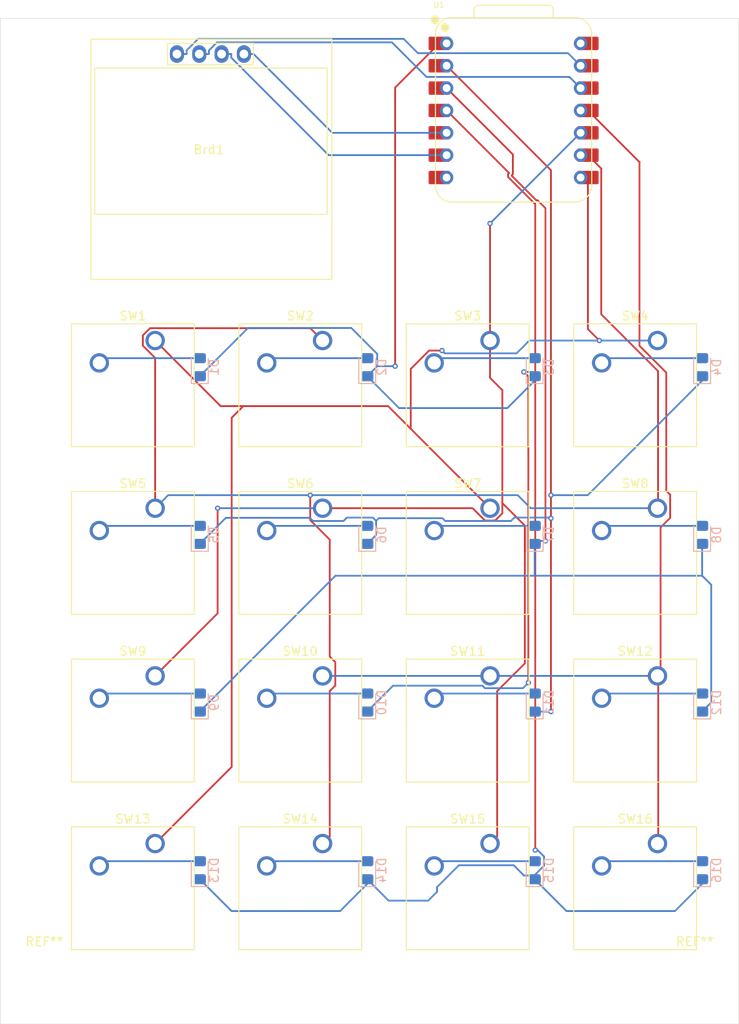
<source format=kicad_pcb>
(kicad_pcb (version 20241229) (generator "pcbnew") (generator_version "9.0")
  (layers (0 "F.Cu" signal) (2 "B.Cu" signal) (13 "F.Paste" user) (15 "B.Paste" user) (5 "F.SilkS" user "F.Silkscreen") (7 "B.SilkS" user "B.Silkscreen") (1 "F.Mask" user) (3 "B.Mask" user) (25 "Edge.Cuts" user))
  (net 0 "")
  (net 1 "+3V3")
  (net 2 "GND")
  (net 3 "SCL")
  (net 4 "SDA")
  (net 5 "ROW 0")
  (net 6 "Net-(D1-A)")
  (net 7 "Net-(D2-A)")
  (net 8 "Net-(D3-A)")
  (net 9 "ROW 1")
  (net 10 "Net-(D4-A)")
  (net 11 "Net-(D5-A)")
  (net 12 "Net-(D6-A)")
  (net 13 "ROW 2")
  (net 14 "Net-(D7-A)")
  (net 15 "Net-(D8-A)")
  (net 16 "Net-(D9-A)")
  (net 17 "Net-(D10-A)")
  (net 18 "Net-(D11-A)")
  (net 19 "Net-(D12-A)")
  (net 20 "Net-(D13-A)")
  (net 21 "ROW 3")
  (net 22 "Net-(D14-A)")
  (net 23 "Net-(D15-A)")
  (net 24 "Net-(D16-A)")
  (net 25 "COLUMN 0")
  (net 26 "COLUMN 1")
  (net 27 "COLUMN 2")
  (net 28 "COLUMN 3")
  (net 29 "unconnected-(U1-GPIO0{slash}TX-Pad7)")
  (net 30 "+5V")
  (footprint "Button_Switch_Keyboard:SW_Cherry_MX_1.00u_PCB" (layer "F.Cu") (at 123.4 57.35)
    (property "Reference" "SW1" (at -2.54 -2.794 0) (layer "F.SilkS"))
    (property "Value" "SW_Push_45deg")
    (pad "" np_thru_hole circle (at -7.62 5.08) (size 1.7 1.7) (drill 1.7) (layers "*.Cu" "*.Mask"))
    (pad "" np_thru_hole circle (at -2.54 5.08) (size 4 4) (drill 4) (layers "*.Cu" "*.Mask"))
    (pad "" np_thru_hole circle (at 2.54 5.08) (size 1.7 1.7) (drill 1.7) (layers "*.Cu" "*.Mask"))
    (pad "1" thru_hole circle (at 0 0) (size 2.2 2.2) (drill 1.5) (layers "*.Cu" "*.Mask") (net 25 "COLUMN 0"))
    (pad "2" thru_hole circle (at -6.35 2.54) (size 2.2 2.2) (drill 1.5) (layers "*.Cu" "*.Mask") (net 6 "Net-(D1-A)"))
  )
  (footprint "Button_Switch_Keyboard:SW_Cherry_MX_1.00u_PCB" (layer "F.Cu") (at 161.5 57.35)
    (property "Reference" "SW3" (at -2.54 -2.794 0) (layer "F.SilkS"))
    (property "Value" "SW_Push_45deg")
    (pad "" np_thru_hole circle (at -7.62 5.08) (size 1.7 1.7) (drill 1.7) (layers "*.Cu" "*.Mask"))
    (pad "" np_thru_hole circle (at -2.54 5.08) (size 4 4) (drill 4) (layers "*.Cu" "*.Mask"))
    (pad "" np_thru_hole circle (at 2.54 5.08) (size 1.7 1.7) (drill 1.7) (layers "*.Cu" "*.Mask"))
    (pad "1" thru_hole circle (at 0 0) (size 2.2 2.2) (drill 1.5) (layers "*.Cu" "*.Mask") (net 27 "COLUMN 2"))
    (pad "2" thru_hole circle (at -6.35 2.54) (size 2.2 2.2) (drill 1.5) (layers "*.Cu" "*.Mask") (net 8 "Net-(D3-A)"))
  )
  (footprint "MountingHole:MountingHole_3.2mm_M3" (layer "F.Cu") (at 184.8 129.85)
    (property "Reference" "REF**" (at 0 -4.2 0) (layer "F.SilkS"))
    (property "Value" "MountingHole_3.2mm_M3" (hide yes))
    (pad "" np_thru_hole circle (at 0 0) (size 3.2 3.2) (drill 3.2) (layers "*.Cu" "*.Mask"))
  )
  (footprint "Seeed Studio XIAO Series Library:XIAO-RP2040-DIP" (layer "F.Cu") (at 164.18 31.21)
    (property "Reference" "U1" (at -8.5 -12 0) (layer "F.SilkS") (effects (font (size 0.635 0.635) (thickness 0.1016))))
    (property "Value" "XIAO-RP2040-DIP")
    (pad "1" smd roundrect (at -8.455 -7.62 180) (size 2.432 1.524) (layers "F.Cu" "F.Mask") (roundrect_rratio 0.1) (net 5 "ROW 0"))
    (pad "1" thru_hole circle (at -7.62 -7.62 180) (size 1.524 1.524) (drill 0.889) (layers "*.Cu" "*.Mask") (net 5 "ROW 0"))
    (pad "2" smd roundrect (at -8.455 -5.08 180) (size 2.432 1.524) (layers "F.Cu" "F.Mask") (roundrect_rratio 0.1) (net 9 "ROW 1"))
    (pad "2" thru_hole circle (at -7.62 -5.08 180) (size 1.524 1.524) (drill 0.889) (layers "*.Cu" "*.Mask") (net 9 "ROW 1"))
    (pad "3" smd roundrect (at -8.455 -2.54 180) (size 2.432 1.524) (layers "F.Cu" "F.Mask") (roundrect_rratio 0.1) (net 13 "ROW 2"))
    (pad "3" thru_hole circle (at -7.62 -2.54 180) (size 1.524 1.524) (drill 0.889) (layers "*.Cu" "*.Mask") (net 13 "ROW 2"))
    (pad "4" smd roundrect (at -8.455 0 180) (size 2.432 1.524) (layers "F.Cu" "F.Mask") (roundrect_rratio 0.1) (net 21 "ROW 3"))
    (pad "4" thru_hole circle (at -7.62 0 180) (size 1.524 1.524) (drill 0.889) (layers "*.Cu" "*.Mask") (net 21 "ROW 3"))
    (pad "5" smd roundrect (at -8.455 2.54 180) (size 2.432 1.524) (layers "F.Cu" "F.Mask") (roundrect_rratio 0.1) (net 4 "SDA"))
    (pad "5" thru_hole circle (at -7.62 2.54 180) (size 1.524 1.524) (drill 0.889) (layers "*.Cu" "*.Mask") (net 4 "SDA"))
    (pad "6" smd roundrect (at -8.455 5.08 180) (size 2.432 1.524) (layers "F.Cu" "F.Mask") (roundrect_rratio 0.1) (net 3 "SCL"))
    (pad "6" thru_hole circle (at -7.62 5.08 180) (size 1.524 1.524) (drill 0.889) (layers "*.Cu" "*.Mask") (net 3 "SCL"))
    (pad "7" smd roundrect (at -8.455 7.62 180) (size 2.432 1.524) (layers "F.Cu" "F.Mask") (roundrect_rratio 0.1) (net 29 "unconnected-(U1-GPIO0{slash}TX-Pad7)"))
    (pad "7" thru_hole circle (at -7.62 7.62 180) (size 1.524 1.524) (drill 0.889) (layers "*.Cu" "*.Mask") (net 29 "unconnected-(U1-GPIO0{slash}TX-Pad7)"))
    (pad "8" thru_hole circle (at 7.62 7.62) (size 1.524 1.524) (drill 0.889) (layers "*.Cu" "*.Mask") (net 25 "COLUMN 0"))
    (pad "8" smd roundrect (at 8.455 7.62) (size 2.432 1.524) (layers "F.Cu" "F.Mask") (roundrect_rratio 0.1) (net 25 "COLUMN 0"))
    (pad "9" thru_hole circle (at 7.62 5.08) (size 1.524 1.524) (drill 0.889) (layers "*.Cu" "*.Mask") (net 26 "COLUMN 1"))
    (pad "9" smd roundrect (at 8.455 5.08) (size 2.432 1.524) (layers "F.Cu" "F.Mask") (roundrect_rratio 0.1) (net 26 "COLUMN 1"))
    (pad "10" thru_hole circle (at 7.62 2.54) (size 1.524 1.524) (drill 0.889) (layers "*.Cu" "*.Mask") (net 27 "COLUMN 2"))
    (pad "10" smd roundrect (at 8.455 2.54) (size 2.432 1.524) (layers "F.Cu" "F.Mask") (roundrect_rratio 0.1) (net 27 "COLUMN 2"))
    (pad "11" thru_hole circle (at 7.62 0) (size 1.524 1.524) (drill 0.889) (layers "*.Cu" "*.Mask") (net 28 "COLUMN 3"))
    (pad "11" smd roundrect (at 8.455 0) (size 2.432 1.524) (layers "F.Cu" "F.Mask") (roundrect_rratio 0.1) (net 28 "COLUMN 3"))
    (pad "12" thru_hole circle (at 7.62 -2.54) (size 1.524 1.524) (drill 0.889) (layers "*.Cu" "*.Mask") (net 1 "+3V3"))
    (pad "12" smd roundrect (at 8.455 -2.54) (size 2.432 1.524) (layers "F.Cu" "F.Mask") (roundrect_rratio 0.1) (net 1 "+3V3"))
    (pad "13" thru_hole circle (at 7.62 -5.08) (size 1.524 1.524) (drill 0.889) (layers "*.Cu" "*.Mask") (net 2 "GND"))
    (pad "13" smd roundrect (at 8.455 -5.08) (size 2.432 1.524) (layers "F.Cu" "F.Mask") (roundrect_rratio 0.1) (net 2 "GND"))
    (pad "14" thru_hole circle (at 7.62 -7.62) (size 1.524 1.524) (drill 0.889) (layers "*.Cu" "*.Mask") (net 30 "+5V"))
    (pad "14" smd roundrect (at 8.455 -7.62) (size 2.432 1.524) (layers "F.Cu" "F.Mask") (roundrect_rratio 0.1) (net 30 "+5V"))
  )
  (footprint "Button_Switch_Keyboard:SW_Cherry_MX_1.00u_PCB" (layer "F.Cu") (at 142.45 76.4)
    (property "Reference" "SW6" (at -2.54 -2.794 0) (layer "F.SilkS"))
    (property "Value" "SW_Push_45deg")
    (pad "" np_thru_hole circle (at -7.62 5.08) (size 1.7 1.7) (drill 1.7) (layers "*.Cu" "*.Mask"))
    (pad "" np_thru_hole circle (at -2.54 5.08) (size 4 4) (drill 4) (layers "*.Cu" "*.Mask"))
    (pad "" np_thru_hole circle (at 2.54 5.08) (size 1.7 1.7) (drill 1.7) (layers "*.Cu" "*.Mask"))
    (pad "1" thru_hole circle (at 0 0) (size 2.2 2.2) (drill 1.5) (layers "*.Cu" "*.Mask") (net 27 "COLUMN 2"))
    (pad "2" thru_hole circle (at -6.35 2.54) (size 2.2 2.2) (drill 1.5) (layers "*.Cu" "*.Mask") (net 12 "Net-(D6-A)"))
  )
  (footprint "SSD1306:128x64OLED" (layer "F.Cu") (at 129.5 35.4)
    (property "Reference" "Brd1" (at 0 0.254 0) (layer "F.SilkS"))
    (property "Value" "SSD1306" (hide yes))
    (pad "1" thru_hole oval (at -3.62 -10.6 90) (size 2 1.6) (drill 1) (layers "*.Cu" "*.Mask") (net 2 "GND"))
    (pad "2" thru_hole oval (at -1.08 -10.6 90) (size 2 1.6) (drill 1) (layers "*.Cu" "*.Mask") (net 1 "+3V3"))
    (pad "3" thru_hole oval (at 1.46 -10.6 90) (size 2 1.6) (drill 1) (layers "*.Cu" "*.Mask") (net 3 "SCL"))
    (pad "4" thru_hole oval (at 4 -10.6 90) (size 2 1.6) (drill 1) (layers "*.Cu" "*.Mask") (net 4 "SDA"))
  )
  (footprint "Button_Switch_Keyboard:SW_Cherry_MX_1.00u_PCB" (layer "F.Cu") (at 180.55 76.4)
    (property "Reference" "SW8" (at -2.54 -2.794 0) (layer "F.SilkS"))
    (property "Value" "SW_Push_45deg")
    (pad "" np_thru_hole circle (at -7.62 5.08) (size 1.7 1.7) (drill 1.7) (layers "*.Cu" "*.Mask"))
    (pad "" np_thru_hole circle (at -2.54 5.08) (size 4 4) (drill 4) (layers "*.Cu" "*.Mask"))
    (pad "" np_thru_hole circle (at 2.54 5.08) (size 1.7 1.7) (drill 1.7) (layers "*.Cu" "*.Mask"))
    (pad "1" thru_hole circle (at 0 0) (size 2.2 2.2) (drill 1.5) (layers "*.Cu" "*.Mask") (net 26 "COLUMN 1"))
    (pad "2" thru_hole circle (at -6.35 2.54) (size 2.2 2.2) (drill 1.5) (layers "*.Cu" "*.Mask") (net 15 "Net-(D8-A)"))
  )
  (footprint "Button_Switch_Keyboard:SW_Cherry_MX_1.00u_PCB" (layer "F.Cu") (at 180.55 57.35)
    (property "Reference" "SW4" (at -2.54 -2.794 0) (layer "F.SilkS"))
    (property "Value" "SW_Push_45deg")
    (pad "" np_thru_hole circle (at -7.62 5.08) (size 1.7 1.7) (drill 1.7) (layers "*.Cu" "*.Mask"))
    (pad "" np_thru_hole circle (at -2.54 5.08) (size 4 4) (drill 4) (layers "*.Cu" "*.Mask"))
    (pad "" np_thru_hole circle (at 2.54 5.08) (size 1.7 1.7) (drill 1.7) (layers "*.Cu" "*.Mask"))
    (pad "1" thru_hole circle (at 0 0) (size 2.2 2.2) (drill 1.5) (layers "*.Cu" "*.Mask") (net 25 "COLUMN 0"))
    (pad "2" thru_hole circle (at -6.35 2.54) (size 2.2 2.2) (drill 1.5) (layers "*.Cu" "*.Mask") (net 10 "Net-(D4-A)"))
  )
  (footprint "Button_Switch_Keyboard:SW_Cherry_MX_1.00u_PCB" (layer "F.Cu") (at 142.45 57.35)
    (property "Reference" "SW2" (at -2.54 -2.794 0) (layer "F.SilkS"))
    (property "Value" "SW_Push_45deg")
    (pad "" np_thru_hole circle (at -7.62 5.08) (size 1.7 1.7) (drill 1.7) (layers "*.Cu" "*.Mask"))
    (pad "" np_thru_hole circle (at -2.54 5.08) (size 4 4) (drill 4) (layers "*.Cu" "*.Mask"))
    (pad "" np_thru_hole circle (at 2.54 5.08) (size 1.7 1.7) (drill 1.7) (layers "*.Cu" "*.Mask"))
    (pad "1" thru_hole circle (at 0 0) (size 2.2 2.2) (drill 1.5) (layers "*.Cu" "*.Mask") (net 26 "COLUMN 1"))
    (pad "2" thru_hole circle (at -6.35 2.54) (size 2.2 2.2) (drill 1.5) (layers "*.Cu" "*.Mask") (net 7 "Net-(D2-A)"))
  )
  (footprint "Button_Switch_Keyboard:SW_Cherry_MX_1.00u_PCB" (layer "F.Cu") (at 123.4 114.5)
    (property "Reference" "SW13" (at -2.54 -2.794 0) (layer "F.SilkS"))
    (property "Value" "SW_Push_45deg")
    (pad "" np_thru_hole circle (at -7.62 5.08) (size 1.7 1.7) (drill 1.7) (layers "*.Cu" "*.Mask"))
    (pad "" np_thru_hole circle (at -2.54 5.08) (size 4 4) (drill 4) (layers "*.Cu" "*.Mask"))
    (pad "" np_thru_hole circle (at 2.54 5.08) (size 1.7 1.7) (drill 1.7) (layers "*.Cu" "*.Mask"))
    (pad "1" thru_hole circle (at 0 0) (size 2.2 2.2) (drill 1.5) (layers "*.Cu" "*.Mask") (net 25 "COLUMN 0"))
    (pad "2" thru_hole circle (at -6.35 2.54) (size 2.2 2.2) (drill 1.5) (layers "*.Cu" "*.Mask") (net 20 "Net-(D13-A)"))
  )
  (footprint "Button_Switch_Keyboard:SW_Cherry_MX_1.00u_PCB" (layer "F.Cu") (at 161.5 76.4)
    (property "Reference" "SW7" (at -2.54 -2.794 0) (layer "F.SilkS"))
    (property "Value" "SW_Push_45deg")
    (pad "" np_thru_hole circle (at -7.62 5.08) (size 1.7 1.7) (drill 1.7) (layers "*.Cu" "*.Mask"))
    (pad "" np_thru_hole circle (at -2.54 5.08) (size 4 4) (drill 4) (layers "*.Cu" "*.Mask"))
    (pad "" np_thru_hole circle (at 2.54 5.08) (size 1.7 1.7) (drill 1.7) (layers "*.Cu" "*.Mask"))
    (pad "1" thru_hole circle (at 0 0) (size 2.2 2.2) (drill 1.5) (layers "*.Cu" "*.Mask") (net 25 "COLUMN 0"))
    (pad "2" thru_hole circle (at -6.35 2.54) (size 2.2 2.2) (drill 1.5) (layers "*.Cu" "*.Mask") (net 14 "Net-(D7-A)"))
  )
  (footprint "MountingHole:MountingHole_3.2mm_M3" (layer "F.Cu") (at 184.8 25.6)
    (property "Reference" "REF**" (hide yes))
    (property "Value" "MountingHole_3.2mm_M3" (hide yes))
    (pad "" np_thru_hole circle (at 0 0) (size 3.2 3.2) (drill 3.2) (layers "*.Cu" "*.Mask"))
  )
  (footprint "Button_Switch_Keyboard:SW_Cherry_MX_1.00u_PCB" (layer "F.Cu") (at 161.5 95.45)
    (property "Reference" "SW11" (at -2.54 -2.794 0) (layer "F.SilkS"))
    (property "Value" "SW_Push_45deg")
    (pad "" np_thru_hole circle (at -7.62 5.08) (size 1.7 1.7) (drill 1.7) (layers "*.Cu" "*.Mask"))
    (pad "" np_thru_hole circle (at -2.54 5.08) (size 4 4) (drill 4) (layers "*.Cu" "*.Mask"))
    (pad "" np_thru_hole circle (at 2.54 5.08) (size 1.7 1.7) (drill 1.7) (layers "*.Cu" "*.Mask"))
    (pad "1" thru_hole circle (at 0 0) (size 2.2 2.2) (drill 1.5) (layers "*.Cu" "*.Mask") (net 28 "COLUMN 3"))
    (pad "2" thru_hole circle (at -6.35 2.54) (size 2.2 2.2) (drill 1.5) (layers "*.Cu" "*.Mask") (net 18 "Net-(D11-A)"))
  )
  (footprint "MountingHole:MountingHole_3.2mm_M3" (layer "F.Cu") (at 110.8 25.6)
    (property "Reference" "REF**" (hide yes))
    (property "Value" "MountingHole_3.2mm_M3" (hide yes))
    (pad "" np_thru_hole circle (at 0 0) (size 3.2 3.2) (drill 3.2) (layers "*.Cu" "*.Mask"))
  )
  (footprint "MountingHole:MountingHole_3.2mm_M3" (layer "F.Cu") (at 110.8 129.85)
    (property "Reference" "REF**" (at 0 -4.2 0) (layer "F.SilkS"))
    (property "Value" "MountingHole_3.2mm_M3" (hide yes))
    (pad "" np_thru_hole circle (at 0 0) (size 3.2 3.2) (drill 3.2) (layers "*.Cu" "*.Mask"))
  )
  (footprint "Button_Switch_Keyboard:SW_Cherry_MX_1.00u_PCB" (layer "F.Cu") (at 180.55 95.45)
    (property "Reference" "SW12" (at -2.54 -2.794 0) (layer "F.SilkS"))
    (property "Value" "SW_Push_45deg")
    (pad "" np_thru_hole circle (at -7.62 5.08) (size 1.7 1.7) (drill 1.7) (layers "*.Cu" "*.Mask"))
    (pad "" np_thru_hole circle (at -2.54 5.08) (size 4 4) (drill 4) (layers "*.Cu" "*.Mask"))
    (pad "" np_thru_hole circle (at 2.54 5.08) (size 1.7 1.7) (drill 1.7) (layers "*.Cu" "*.Mask"))
    (pad "1" thru_hole circle (at 0 0) (size 2.2 2.2) (drill 1.5) (layers "*.Cu" "*.Mask") (net 28 "COLUMN 3"))
    (pad "2" thru_hole circle (at -6.35 2.54) (size 2.2 2.2) (drill 1.5) (layers "*.Cu" "*.Mask") (net 19 "Net-(D12-A)"))
  )
  (footprint "Button_Switch_Keyboard:SW_Cherry_MX_1.00u_PCB" (layer "F.Cu") (at 142.45 95.45)
    (property "Reference" "SW10" (at -2.54 -2.794 0) (layer "F.SilkS"))
    (property "Value" "SW_Push_45deg")
    (pad "" np_thru_hole circle (at -7.62 5.08) (size 1.7 1.7) (drill 1.7) (layers "*.Cu" "*.Mask"))
    (pad "" np_thru_hole circle (at -2.54 5.08) (size 4 4) (drill 4) (layers "*.Cu" "*.Mask"))
    (pad "" np_thru_hole circle (at 2.54 5.08) (size 1.7 1.7) (drill 1.7) (layers "*.Cu" "*.Mask"))
    (pad "1" thru_hole circle (at 0 0) (size 2.2 2.2) (drill 1.5) (layers "*.Cu" "*.Mask") (net 28 "COLUMN 3"))
    (pad "2" thru_hole circle (at -6.35 2.54) (size 2.2 2.2) (drill 1.5) (layers "*.Cu" "*.Mask") (net 17 "Net-(D10-A)"))
  )
  (footprint "Button_Switch_Keyboard:SW_Cherry_MX_1.00u_PCB" (layer "F.Cu") (at 123.4 76.4)
    (property "Reference" "SW5" (at -2.54 -2.794 0) (layer "F.SilkS"))
    (property "Value" "SW_Push_45deg")
    (pad "" np_thru_hole circle (at -7.62 5.08) (size 1.7 1.7) (drill 1.7) (layers "*.Cu" "*.Mask"))
    (pad "" np_thru_hole circle (at -2.54 5.08) (size 4 4) (drill 4) (layers "*.Cu" "*.Mask"))
    (pad "" np_thru_hole circle (at 2.54 5.08) (size 1.7 1.7) (drill 1.7) (layers "*.Cu" "*.Mask"))
    (pad "1" thru_hole circle (at 0 0) (size 2.2 2.2) (drill 1.5) (layers "*.Cu" "*.Mask") (net 26 "COLUMN 1"))
    (pad "2" thru_hole circle (at -6.35 2.54) (size 2.2 2.2) (drill 1.5) (layers "*.Cu" "*.Mask") (net 11 "Net-(D5-A)"))
  )
  (footprint "Button_Switch_Keyboard:SW_Cherry_MX_1.00u_PCB" (layer "F.Cu") (at 180.55 114.5)
    (property "Reference" "SW16" (at -2.54 -2.794 0) (layer "F.SilkS"))
    (property "Value" "SW_Push_45deg")
    (pad "" np_thru_hole circle (at -7.62 5.08) (size 1.7 1.7) (drill 1.7) (layers "*.Cu" "*.Mask"))
    (pad "" np_thru_hole circle (at -2.54 5.08) (size 4 4) (drill 4) (layers "*.Cu" "*.Mask"))
    (pad "" np_thru_hole circle (at 2.54 5.08) (size 1.7 1.7) (drill 1.7) (layers "*.Cu" "*.Mask"))
    (pad "1" thru_hole circle (at 0 0) (size 2.2 2.2) (drill 1.5) (layers "*.Cu" "*.Mask") (net 28 "COLUMN 3"))
    (pad "2" thru_hole circle (at -6.35 2.54) (size 2.2 2.2) (drill 1.5) (layers "*.Cu" "*.Mask") (net 24 "Net-(D16-A)"))
  )
  (footprint "Button_Switch_Keyboard:SW_Cherry_MX_1.00u_PCB" (layer "F.Cu") (at 142.45 114.5)
    (property "Reference" "SW14" (at -2.54 -2.794 0) (layer "F.SilkS"))
    (property "Value" "SW_Push_45deg")
    (pad "" np_thru_hole circle (at -7.62 5.08) (size 1.7 1.7) (drill 1.7) (layers "*.Cu" "*.Mask"))
    (pad "" np_thru_hole circle (at -2.54 5.08) (size 4 4) (drill 4) (layers "*.Cu" "*.Mask"))
    (pad "" np_thru_hole circle (at 2.54 5.08) (size 1.7 1.7) (drill 1.7) (layers "*.Cu" "*.Mask"))
    (pad "1" thru_hole circle (at 0 0) (size 2.2 2.2) (drill 1.5) (layers "*.Cu" "*.Mask") (net 26 "COLUMN 1"))
    (pad "2" thru_hole circle (at -6.35 2.54) (size 2.2 2.2) (drill 1.5) (layers "*.Cu" "*.Mask") (net 22 "Net-(D14-A)"))
  )
  (footprint "Button_Switch_Keyboard:SW_Cherry_MX_1.00u_PCB" (layer "F.Cu") (at 161.5 114.5)
    (property "Reference" "SW15" (at -2.54 -2.794 0) (layer "F.SilkS"))
    (property "Value" "SW_Push_45deg")
    (pad "" np_thru_hole circle (at -7.62 5.08) (size 1.7 1.7) (drill 1.7) (layers "*.Cu" "*.Mask"))
    (pad "" np_thru_hole circle (at -2.54 5.08) (size 4 4) (drill 4) (layers "*.Cu" "*.Mask"))
    (pad "" np_thru_hole circle (at 2.54 5.08) (size 1.7 1.7) (drill 1.7) (layers "*.Cu" "*.Mask"))
    (pad "1" thru_hole circle (at 0 0) (size 2.2 2.2) (drill 1.5) (layers "*.Cu" "*.Mask") (net 27 "COLUMN 2"))
    (pad "2" thru_hole circle (at -6.35 2.54) (size 2.2 2.2) (drill 1.5) (layers "*.Cu" "*.Mask") (net 23 "Net-(D15-A)"))
  )
  (footprint "Button_Switch_Keyboard:SW_Cherry_MX_1.00u_PCB" (layer "F.Cu") (at 123.4 95.45)
    (property "Reference" "SW9" (at -2.54 -2.794 0) (layer "F.SilkS"))
    (property "Value" "SW_Push_45deg")
    (pad "" np_thru_hole circle (at -7.62 5.08) (size 1.7 1.7) (drill 1.7) (layers "*.Cu" "*.Mask"))
    (pad "" np_thru_hole circle (at -2.54 5.08) (size 4 4) (drill 4) (layers "*.Cu" "*.Mask"))
    (pad "" np_thru_hole circle (at 2.54 5.08) (size 1.7 1.7) (drill 1.7) (layers "*.Cu" "*.Mask"))
    (pad "1" thru_hole circle (at 0 0) (size 2.2 2.2) (drill 1.5) (layers "*.Cu" "*.Mask") (net 27 "COLUMN 2"))
    (pad "2" thru_hole circle (at -6.35 2.54) (size 2.2 2.2) (drill 1.5) (layers "*.Cu" "*.Mask") (net 16 "Net-(D9-A)"))
  )
  (footprint "Diode_SMD:D_0805_2012Metric_Pad1.15x1.40mm_HandSolder" (layer "B.Cu") (at 147.53 79.43 90)
    (property "Reference" "D6" (at 0 1.65 270) (layer "B.SilkS") (effects (justify mirror)))
    (property "Value" "D")
    (pad "1" smd roundrect (at -1.025 0 90) (size 1.15 1.4) (layers "B.Cu" "B.Mask" "B.Paste") (roundrect_rratio 0.217391) (net 9 "ROW 1"))
    (pad "2" smd roundrect (at 1.025 0 90) (size 1.15 1.4) (layers "B.Cu" "B.Mask" "B.Paste") (roundrect_rratio 0.217391) (net 12 "Net-(D6-A)"))
  )
  (footprint "Diode_SMD:D_0805_2012Metric_Pad1.15x1.40mm_HandSolder" (layer "B.Cu") (at 147.53 117.53 90)
    (property "Reference" "D14" (at 0 1.65 90) (layer "B.SilkS") (effects (justify mirror)))
    (property "Value" "D")
    (pad "1" smd roundrect (at -1.025 0 90) (size 1.15 1.4) (layers "B.Cu" "B.Mask" "B.Paste") (roundrect_rratio 0.217391) (net 21 "ROW 3"))
    (pad "2" smd roundrect (at 1.025 0 90) (size 1.15 1.4) (layers "B.Cu" "B.Mask" "B.Paste") (roundrect_rratio 0.217391) (net 22 "Net-(D14-A)"))
  )
  (footprint "Diode_SMD:D_0805_2012Metric_Pad1.15x1.40mm_HandSolder" (layer "B.Cu") (at 166.58 117.53 90)
    (property "Reference" "D15" (at 0 1.65 90) (layer "B.SilkS") (effects (justify mirror)))
    (property "Value" "D")
    (pad "1" smd roundrect (at -1.025 0 90) (size 1.15 1.4) (layers "B.Cu" "B.Mask" "B.Paste") (roundrect_rratio 0.217391) (net 21 "ROW 3"))
    (pad "2" smd roundrect (at 1.025 0 90) (size 1.15 1.4) (layers "B.Cu" "B.Mask" "B.Paste") (roundrect_rratio 0.217391) (net 23 "Net-(D15-A)"))
  )
  (footprint "Diode_SMD:D_0805_2012Metric_Pad1.15x1.40mm_HandSolder" (layer "B.Cu") (at 185.63 98.48 90)
    (property "Reference" "D12" (at 0 1.65 270) (layer "B.SilkS") (effects (justify mirror)))
    (property "Value" "D")
    (pad "1" smd roundrect (at -1.025 0 90) (size 1.15 1.4) (layers "B.Cu" "B.Mask" "B.Paste") (roundrect_rratio 0.217391) (net 13 "ROW 2"))
    (pad "2" smd roundrect (at 1.025 0 90) (size 1.15 1.4) (layers "B.Cu" "B.Mask" "B.Paste") (roundrect_rratio 0.217391) (net 19 "Net-(D12-A)"))
  )
  (footprint "Diode_SMD:D_0805_2012Metric_Pad1.15x1.40mm_HandSolder" (layer "B.Cu") (at 166.58 98.48 90)
    (property "Reference" "D11" (at 0 1.65 90) (layer "B.SilkS") (effects (justify mirror)))
    (property "Value" "D")
    (pad "1" smd roundrect (at -1.025 0 90) (size 1.15 1.4) (layers "B.Cu" "B.Mask" "B.Paste") (roundrect_rratio 0.217391) (net 9 "ROW 1"))
    (pad "2" smd roundrect (at 1.025 0 90) (size 1.15 1.4) (layers "B.Cu" "B.Mask" "B.Paste") (roundrect_rratio 0.217391) (net 18 "Net-(D11-A)"))
  )
  (footprint "Diode_SMD:D_0805_2012Metric_Pad1.15x1.40mm_HandSolder" (layer "B.Cu") (at 147.53 98.48 90)
    (property "Reference" "D10" (at 0 1.65 90) (layer "B.SilkS") (effects (justify mirror)))
    (property "Value" "D")
    (pad "1" smd roundrect (at -1.025 0 90) (size 1.15 1.4) (layers "B.Cu" "B.Mask" "B.Paste") (roundrect_rratio 0.217391) (net 5 "ROW 0"))
    (pad "2" smd roundrect (at 1.025 0 90) (size 1.15 1.4) (layers "B.Cu" "B.Mask" "B.Paste") (roundrect_rratio 0.217391) (net 17 "Net-(D10-A)"))
  )
  (footprint "Diode_SMD:D_0805_2012Metric_Pad1.15x1.40mm_HandSolder" (layer "B.Cu") (at 166.58 79.43 90)
    (property "Reference" "D7" (at 0 1.65 90) (layer "B.SilkS") (effects (justify mirror)))
    (property "Value" "D")
    (pad "1" smd roundrect (at -1.025 0 90) (size 1.15 1.4) (layers "B.Cu" "B.Mask" "B.Paste") (roundrect_rratio 0.217391) (net 13 "ROW 2"))
    (pad "2" smd roundrect (at 1.025 0 90) (size 1.15 1.4) (layers "B.Cu" "B.Mask" "B.Paste") (roundrect_rratio 0.217391) (net 14 "Net-(D7-A)"))
  )
  (footprint "Diode_SMD:D_0805_2012Metric_Pad1.15x1.40mm_HandSolder" (layer "B.Cu") (at 147.53 60.38 90)
    (property "Reference" "D2" (at 0 1.65 90) (layer "B.SilkS") (effects (justify mirror)))
    (property "Value" "D")
    (pad "1" smd roundrect (at -1.025 0 90) (size 1.15 1.4) (layers "B.Cu" "B.Mask" "B.Paste") (roundrect_rratio 0.217391) (net 5 "ROW 0"))
    (pad "2" smd roundrect (at 1.025 0 90) (size 1.15 1.4) (layers "B.Cu" "B.Mask" "B.Paste") (roundrect_rratio 0.217391) (net 7 "Net-(D2-A)"))
  )
  (footprint "Diode_SMD:D_0805_2012Metric_Pad1.15x1.40mm_HandSolder" (layer "B.Cu") (at 185.63 60.38 90)
    (property "Reference" "D4" (at 0 1.65 90) (layer "B.SilkS") (effects (justify mirror)))
    (property "Value" "D")
    (pad "1" smd roundrect (at -1.025 0 90) (size 1.15 1.4) (layers "B.Cu" "B.Mask" "B.Paste") (roundrect_rratio 0.217391) (net 9 "ROW 1"))
    (pad "2" smd roundrect (at 1.025 0 90) (size 1.15 1.4) (layers "B.Cu" "B.Mask" "B.Paste") (roundrect_rratio 0.217391) (net 10 "Net-(D4-A)"))
  )
  (footprint "Diode_SMD:D_0805_2012Metric_Pad1.15x1.40mm_HandSolder" (layer "B.Cu") (at 166.58 60.38 90)
    (property "Reference" "D3" (at 0 1.65 90) (layer "B.SilkS") (effects (justify mirror)))
    (property "Value" "D")
    (pad "1" smd roundrect (at -1.025 0 90) (size 1.15 1.4) (layers "B.Cu" "B.Mask" "B.Paste") (roundrect_rratio 0.217391) (net 5 "ROW 0"))
    (pad "2" smd roundrect (at 1.025 0 90) (size 1.15 1.4) (layers "B.Cu" "B.Mask" "B.Paste") (roundrect_rratio 0.217391) (net 8 "Net-(D3-A)"))
  )
  (footprint "Diode_SMD:D_0805_2012Metric_Pad1.15x1.40mm_HandSolder" (layer "B.Cu") (at 185.63 117.53 90)
    (property "Reference" "D16" (at 0 1.65 90) (layer "B.SilkS") (effects (justify mirror)))
    (property "Value" "D")
    (pad "1" smd roundrect (at -1.025 0 90) (size 1.15 1.4) (layers "B.Cu" "B.Mask" "B.Paste") (roundrect_rratio 0.217391) (net 21 "ROW 3"))
    (pad "2" smd roundrect (at 1.025 0 90) (size 1.15 1.4) (layers "B.Cu" "B.Mask" "B.Paste") (roundrect_rratio 0.217391) (net 24 "Net-(D16-A)"))
  )
  (footprint "Diode_SMD:D_0805_2012Metric_Pad1.15x1.40mm_HandSolder" (layer "B.Cu") (at 128.48 117.53 90)
    (property "Reference" "D13" (at 0 1.65 90) (layer "B.SilkS") (effects (justify mirror)))
    (property "Value" "D")
    (pad "1" smd roundrect (at -1.025 0 90) (size 1.15 1.4) (layers "B.Cu" "B.Mask" "B.Paste") (roundrect_rratio 0.217391) (net 21 "ROW 3"))
    (pad "2" smd roundrect (at 1.025 0 90) (size 1.15 1.4) (layers "B.Cu" "B.Mask" "B.Paste") (roundrect_rratio 0.217391) (net 20 "Net-(D13-A)"))
  )
  (footprint "Diode_SMD:D_0805_2012Metric_Pad1.15x1.40mm_HandSolder" (layer "B.Cu") (at 128.48 60.38 90)
    (property "Reference" "D1" (at 0 1.65 90) (layer "B.SilkS") (effects (justify mirror)))
    (property "Value" "D")
    (pad "1" smd roundrect (at -1.025 0 90) (size 1.15 1.4) (layers "B.Cu" "B.Mask" "B.Paste") (roundrect_rratio 0.217391) (net 5 "ROW 0"))
    (pad "2" smd roundrect (at 1.025 0 90) (size 1.15 1.4) (layers "B.Cu" "B.Mask" "B.Paste") (roundrect_rratio 0.217391) (net 6 "Net-(D1-A)"))
  )
  (footprint "Diode_SMD:D_0805_2012Metric_Pad1.15x1.40mm_HandSolder" (layer "B.Cu") (at 128.48 98.48 90)
    (property "Reference" "D9" (at 0 1.65 90) (layer "B.SilkS") (effects (justify mirror)))
    (property "Value" "D")
    (pad "1" smd roundrect (at -1.025 0 90) (size 1.15 1.4) (layers "B.Cu" "B.Mask" "B.Paste") (roundrect_rratio 0.217391) (net 13 "ROW 2"))
    (pad "2" smd roundrect (at 1.025 0 90) (size 1.15 1.4) (layers "B.Cu" "B.Mask" "B.Paste") (roundrect_rratio 0.217391) (net 16 "Net-(D9-A)"))
  )
  (footprint "Diode_SMD:D_0805_2012Metric_Pad1.15x1.40mm_HandSolder" (layer "B.Cu") (at 128.48 79.43 90)
    (property "Reference" "D5" (at 0 1.65 90) (layer "B.SilkS") (effects (justify mirror)))
    (property "Value" "D")
    (pad "1" smd roundrect (at -1.025 0 90) (size 1.15 1.4) (layers "B.Cu" "B.Mask" "B.Paste") (roundrect_rratio 0.217391) (net 9 "ROW 1"))
    (pad "2" smd roundrect (at 1.025 0 90) (size 1.15 1.4) (layers "B.Cu" "B.Mask" "B.Paste") (roundrect_rratio 0.217391) (net 11 "Net-(D5-A)"))
  )
  (footprint "Diode_SMD:D_0805_2012Metric_Pad1.15x1.40mm_HandSolder" (layer "B.Cu") (at 185.63 79.43 90)
    (property "Reference" "D8" (at 0 1.65 90) (layer "B.SilkS") (effects (justify mirror)))
    (property "Value" "D")
    (pad "1" smd roundrect (at -1.025 0 90) (size 1.15 1.4) (layers "B.Cu" "B.Mask" "B.Paste") (roundrect_rratio 0.217391) (net 13 "ROW 2"))
    (pad "2" smd roundrect (at 1.025 0 90) (size 1.15 1.4) (layers "B.Cu" "B.Mask" "B.Paste") (roundrect_rratio 0.217391) (net 15 "Net-(D8-A)"))
  )
  (gr_rect (start 105.8 20.75) (end 189.8 135) (stroke (width 0.05)) (fill no) (layer "Edge.Cuts"))
  (segment (start 172.635 28.67) (end 171.8 28.67) (width 0.2) (layer "F.Cu") (net 1))
  (segment (start 128.42 24.8) (end 129.5217 24.8) (width 0.2) (layer "B.Cu") (net 1))
  (segment (start 129.5217 24.8) (end 129.5217 24.3869) (width 0.2) (layer "B.Cu") (net 1))
  (segment (start 170.53 27.4) (end 171.8 28.67) (width 0.2) (layer "B.Cu") (net 1))
  (segment (start 150.343 23.4742) (end 154.2688 27.4) (width 0.2) (layer "B.Cu") (net 1))
  (segment (start 154.2688 27.4) (end 170.53 27.4) (width 0.2) (layer "B.Cu") (net 1))
  (segment (start 130.4344 23.4742) (end 150.343 23.4742) (width 0.2) (layer "B.Cu") (net 1))
  (segment (start 129.5217 24.3869) (end 130.4344 23.4742) (width 0.2) (layer "B.Cu") (net 1))
  (segment (start 172.635 26.13) (end 171.8 26.13) (width 0.2) (layer "F.Cu") (net 2))
  (segment (start 125.88 24.8) (end 126.9817 24.8) (width 0.2) (layer "B.Cu") (net 2))
  (segment (start 151.6699 23.0725) (end 153.3014 24.704) (width 0.2) (layer "B.Cu") (net 2))
  (segment (start 126.9817 24.3869) (end 128.2961 23.0725) (width 0.2) (layer "B.Cu") (net 2))
  (segment (start 170.374 24.704) (end 171.8 26.13) (width 0.2) (layer "B.Cu") (net 2))
  (segment (start 128.2961 23.0725) (end 151.6699 23.0725) (width 0.2) (layer "B.Cu") (net 2))
  (segment (start 126.9817 24.8) (end 126.9817 24.3869) (width 0.2) (layer "B.Cu") (net 2))
  (segment (start 153.3014 24.704) (end 170.374 24.704) (width 0.2) (layer "B.Cu") (net 2))
  (segment (start 156.56 36.29) (end 155.725 36.29) (width 0.2) (layer "F.Cu") (net 3))
  (segment (start 143.1386 36.29) (end 156.56 36.29) (width 0.2) (layer "B.Cu") (net 3))
  (segment (start 132.0617 25.2131) (end 143.1386 36.29) (width 0.2) (layer "B.Cu") (net 3))
  (segment (start 130.96 24.8) (end 132.0617 24.8) (width 0.2) (layer "B.Cu") (net 3))
  (segment (start 132.0617 24.8) (end 132.0617 25.2131) (width 0.2) (layer "B.Cu") (net 3))
  (segment (start 156.56 33.75) (end 155.725 33.75) (width 0.2) (layer "F.Cu") (net 4))
  (segment (start 156.56 33.75) (end 143.5517 33.75) (width 0.2) (layer "B.Cu") (net 4))
  (segment (start 143.5517 33.75) (end 134.6017 24.8) (width 0.2) (layer "B.Cu") (net 4))
  (segment (start 133.5 24.8) (end 134.6017 24.8) (width 0.2) (layer "B.Cu") (net 4))
  (segment (start 150.7043 28.6107) (end 150.7043 60.2651) (width 0.2) (layer "F.Cu") (net 5))
  (segment (start 155.725 23.59) (end 150.7043 28.6107) (width 0.2) (layer "F.Cu") (net 5))
  (segment (start 165.8582 61.4251) (end 165.3516 60.9185) (width 0.2) (layer "F.Cu") (net 5))
  (segment (start 165.8582 96.2268) (end 165.8582 61.4251) (width 0.2) (layer "F.Cu") (net 5))
  (segment (start 156.56 23.59) (end 155.725 23.59) (width 0.2) (layer "F.Cu") (net 5))
  (via (at 165.8582 96.2268) (size 0.6) (drill 0.3) (layers "F.Cu" "B.Cu") (net 5))
  (via (at 165.3516 60.9185) (size 0.6) (drill 0.3) (layers "F.Cu" "B.Cu") (net 5))
  (via (at 150.7043 60.2651) (size 0.6) (drill 0.3) (layers "F.Cu" "B.Cu") (net 5))
  (segment (start 148.6699 60.2651) (end 147.53 61.405) (width 0.2) (layer "B.Cu") (net 5))
  (segment (start 160.9194 96.8517) (end 165.2333 96.8517) (width 0.2) (layer "B.Cu") (net 5))
  (segment (start 128.48 61.405) (end 133.9607 55.9243) (width 0.2) (layer "B.Cu") (net 5))
  (segment (start 151.1514 65.0264) (end 147.53 61.405) (width 0.2) (layer "B.Cu") (net 5))
  (segment (start 165.2333 96.8517) (end 165.8582 96.2268) (width 0.2) (layer "B.Cu") (net 5))
  (segment (start 145.7186 55.9243) (end 148.6699 58.8756) (width 0.2) (layer "B.Cu") (net 5))
  (segment (start 166.58 61.405) (end 166.58 61.914) (width 0.2) (layer "B.Cu") (net 5))
  (segment (start 163.4676 65.0264) (end 151.1514 65.0264) (width 0.2) (layer "B.Cu") (net 5))
  (segment (start 133.9607 55.9243) (end 145.7186 55.9243) (width 0.2) (layer "B.Cu") (net 5))
  (segment (start 147.53 99.505) (end 150.4746 96.5604) (width 0.2) (layer "B.Cu") (net 5))
  (segment (start 166.58 61.914) (end 163.4676 65.0264) (width 0.2) (layer "B.Cu") (net 5))
  (segment (start 166.58 61.405) (end 166.0935 60.9185) (width 0.2) (layer "B.Cu") (net 5))
  (segment (start 166.0935 60.9185) (end 165.3516 60.9185) (width 0.2) (layer "B.Cu") (net 5))
  (segment (start 148.6699 58.8756) (end 148.6699 60.2651) (width 0.2) (layer "B.Cu") (net 5))
  (segment (start 160.6281 96.5604) (end 160.9194 96.8517) (width 0.2) (layer "B.Cu") (net 5))
  (segment (start 150.7043 60.2651) (end 148.6699 60.2651) (width 0.2) (layer "B.Cu") (net 5))
  (segment (start 150.4746 96.5604) (end 160.6281 96.5604) (width 0.2) (layer "B.Cu") (net 5))
  (segment (start 117.585 59.355) (end 128.48 59.355) (width 0.2) (layer "B.Cu") (net 6))
  (segment (start 117.05 59.89) (end 117.585 59.355) (width 0.2) (layer "B.Cu") (net 6))
  (segment (start 136.635 59.355) (end 147.53 59.355) (width 0.2) (layer "B.Cu") (net 7))
  (segment (start 136.1 59.89) (end 136.635 59.355) (width 0.2) (layer "B.Cu") (net 7))
  (segment (start 155.685 59.355) (end 166.58 59.355) (width 0.2) (layer "B.Cu") (net 8))
  (segment (start 155.15 59.89) (end 155.685 59.355) (width 0.2) (layer "B.Cu") (net 8))
  (segment (start 168.429 99.505) (end 168.429 77.5459) (width 0.2) (layer "F.Cu") (net 9))
  (segment (start 156.56 26.13) (end 155.725 26.13) (width 0.2) (layer "F.Cu") (net 9))
  (segment (start 168.429 37.999) (end 156.56 26.13) (width 0.2) (layer "F.Cu") (net 9))
  (segment (start 168.429 77.5459) (end 168.429 74.9214) (width 0.2) (layer "F.Cu") (net 9))
  (segment (start 168.429 74.9214) (end 168.429 37.999) (width 0.2) (layer "F.Cu") (net 9))
  (via (at 168.429 77.5459) (size 0.6) (drill 0.3) (layers "F.Cu" "B.Cu") (net 9))
  (via (at 168.429 74.9214) (size 0.6) (drill 0.3) (layers "F.Cu" "B.Cu") (net 9))
  (via (at 168.429 99.505) (size 0.6) (drill 0.3) (layers "F.Cu" "B.Cu") (net 9))
  (segment (start 148.8408 77.5357) (end 156.0802 77.5357) (width 0.2) (layer "B.Cu") (net 9))
  (segment (start 141.3613 77.8513) (end 141.0013 77.4913) (width 0.2) (layer "B.Cu") (net 9))
  (segment (start 185.63 61.405) (end 185.63 61.907) (width 0.2) (layer "B.Cu") (net 9))
  (segment (start 156.0802 77.5357) (end 156.3958 77.8513) (width 0.2) (layer "B.Cu") (net 9))
  (segment (start 148.5403 77.8362) (end 148.8408 77.5357) (width 0.2) (layer "B.Cu") (net 9))
  (segment (start 145.215 77.4651) (end 144.8288 77.8513) (width 0.2) (layer "B.Cu") (net 9))
  (segment (start 156.3958 77.8513) (end 163.8788 77.8513) (width 0.2) (layer "B.Cu") (net 9))
  (segment (start 148.5403 79.4447) (end 148.5403 77.8362) (width 0.2) (layer "B.Cu") (net 9))
  (segment (start 147.53 80.455) (end 148.5403 79.4447) (width 0.2) (layer "B.Cu") (net 9))
  (segment (start 148.5403 77.8362) (end 148.1692 77.4651) (width 0.2) (layer "B.Cu") (net 9))
  (segment (start 168.3451 77.462) (end 168.429 77.5459) (width 0.2) (layer "B.Cu") (net 9))
  (segment (start 148.1692 77.4651) (end 145.215 77.4651) (width 0.2) (layer "B.Cu") (net 9))
  (segment (start 166.58 99.505) (end 168.429 99.505) (width 0.2) (layer "B.Cu") (net 9))
  (segment (start 131.4437 77.4913) (end 128.48 80.455) (width 0.2) (layer "B.Cu") (net 9))
  (segment (start 141.0013 77.4913) (end 131.4437 77.4913) (width 0.2) (layer "B.Cu") (net 9))
  (segment (start 144.8288 77.8513) (end 141.3613 77.8513) (width 0.2) (layer "B.Cu") (net 9))
  (segment (start 164.2681 77.462) (end 168.3451 77.462) (width 0.2) (layer "B.Cu") (net 9))
  (segment (start 163.8788 77.8513) (end 164.2681 77.462) (width 0.2) (layer "B.Cu") (net 9))
  (segment (start 172.6156 74.9214) (end 168.429 74.9214) (width 0.2) (layer "B.Cu") (net 9))
  (segment (start 185.63 61.907) (end 172.6156 74.9214) (width 0.2) (layer "B.Cu") (net 9))
  (segment (start 174.2 59.89) (end 174.735 59.355) (width 0.2) (layer "B.Cu") (net 10))
  (segment (start 174.735 59.355) (end 185.63 59.355) (width 0.2) (layer "B.Cu") (net 10))
  (segment (start 117.585 78.405) (end 128.48 78.405) (width 0.2) (layer "B.Cu") (net 11))
  (segment (start 117.05 78.94) (end 117.585 78.405) (width 0.2) (layer "B.Cu") (net 11))
  (segment (start 136.1 78.94) (end 136.635 78.405) (width 0.2) (layer "B.Cu") (net 12))
  (segment (start 136.635 78.405) (end 147.53 78.405) (width 0.2) (layer "B.Cu") (net 12))
  (segment (start 163.9937 38.5611) (end 163.9937 38.6437) (width 0.2) (layer "F.Cu") (net 13))
  (segment (start 166.7649 41.4149) (end 166.9063 41.4149) (width 0.2) (layer "F.Cu") (net 13))
  (segment (start 156.56 28.67) (end 164.0938 36.2038) (width 0.2) (layer "F.Cu") (net 13))
  (segment (start 164.0938 38.461) (end 163.9937 38.5611) (width 0.2) (layer "F.Cu") (net 13))
  (segment (start 166.9063 41.4149) (end 167.805 42.3136) (width 0.2) (layer "F.Cu") (net 13))
  (segment (start 164.0938 36.2038) (end 164.0938 38.461) (width 0.2) (layer "F.Cu") (net 13))
  (segment (start 156.56 28.67) (end 155.725 28.67) (width 0.2) (layer "F.Cu") (net 13))
  (segment (start 167.805 42.3136) (end 167.805 80.1122) (width 0.2) (layer "F.Cu") (net 13))
  (segment (start 163.9937 38.6437) (end 166.7649 41.4149) (width 0.2) (layer "F.Cu") (net 13))
  (via (at 167.805 80.1122) (size 0.6) (drill 0.3) (layers "F.Cu" "B.Cu") (net 13))
  (segment (start 166.58 84.0685) (end 143.9165 84.0685) (width 0.2) (layer "B.Cu") (net 13))
  (segment (start 185.63 84.0685) (end 166.58 84.0685) (width 0.2) (layer "B.Cu") (net 13))
  (segment (start 186.668 98.467) (end 185.63 99.505) (width 0.2) (layer "B.Cu") (net 13))
  (segment (start 185.63 84.0685) (end 186.668 85.1065) (width 0.2) (layer "B.Cu") (net 13))
  (segment (start 186.668 85.1065) (end 186.668 98.467) (width 0.2) (layer "B.Cu") (net 13))
  (segment (start 166.58 80.455) (end 166.58 84.0685) (width 0.2) (layer "B.Cu") (net 13))
  (segment (start 167.805 80.1122) (end 166.9228 80.1122) (width 0.2) (layer "B.Cu") (net 13))
  (segment (start 185.63 84.0685) (end 185.63 80.455) (width 0.2) (layer "B.Cu") (net 13))
  (segment (start 143.9165 84.0685) (end 128.48 99.505) (width 0.2) (layer "B.Cu") (net 13))
  (segment (start 166.9228 80.1122) (end 166.58 80.455) (width 0.2) (layer "B.Cu") (net 13))
  (segment (start 155.15 78.94) (end 155.685 78.405) (width 0.2) (layer "B.Cu") (net 14))
  (segment (start 155.685 78.405) (end 166.58 78.405) (width 0.2) (layer "B.Cu") (net 14))
  (segment (start 174.735 78.405) (end 185.63 78.405) (width 0.2) (layer "B.Cu") (net 15))
  (segment (start 174.2 78.94) (end 174.735 78.405) (width 0.2) (layer "B.Cu") (net 15))
  (segment (start 117.585 97.455) (end 128.48 97.455) (width 0.2) (layer "B.Cu") (net 16))
  (segment (start 117.05 97.99) (end 117.585 97.455) (width 0.2) (layer "B.Cu") (net 16))
  (segment (start 136.635 97.455) (end 147.53 97.455) (width 0.2) (layer "B.Cu") (net 17))
  (segment (start 136.1 97.99) (end 136.635 97.455) (width 0.2) (layer "B.Cu") (net 17))
  (segment (start 155.15 97.99) (end 155.685 97.455) (width 0.2) (layer "B.Cu") (net 18))
  (segment (start 155.685 97.455) (end 166.58 97.455) (width 0.2) (layer "B.Cu") (net 18))
  (segment (start 174.735 97.455) (end 185.63 97.455) (width 0.2) (layer "B.Cu") (net 19))
  (segment (start 174.2 97.99) (end 174.735 97.455) (width 0.2) (layer "B.Cu") (net 19))
  (segment (start 117.585 116.505) (end 128.48 116.505) (width 0.2) (layer "B.Cu") (net 20))
  (segment (start 117.05 117.04) (end 117.585 116.505) (width 0.2) (layer "B.Cu") (net 20))
  (segment (start 166.5986 41.8166) (end 166.6475 41.8166) (width 0.2) (layer "F.Cu") (net 21))
  (segment (start 166.6475 41.8166) (end 166.6475 115.243) (width 0.2) (layer "F.Cu") (net 21))
  (segment (start 163.5507 38.4361) (end 163.5507 38.7687) (width 0.2) (layer "F.Cu") (net 21))
  (segment (start 163.6684 38.3184) (end 163.5507 38.4361) (width 0.2) (layer "F.Cu") (net 21))
  (segment (start 156.56 31.21) (end 155.725 31.21) (width 0.2) (layer "F.Cu") (net 21))
  (segment (start 163.5507 38.7687) (end 166.5986 41.8166) (width 0.2) (layer "F.Cu") (net 21))
  (segment (start 156.56 31.21) (end 163.6684 38.3184) (width 0.2) (layer "F.Cu") (net 21))
  (via (at 166.6475 115.243) (size 0.6) (drill 0.3) (layers "F.Cu" "B.Cu") (net 21))
  (segment (start 167.6451 117.017) (end 167.6451 115.975) (width 0.2) (layer "B.Cu") (net 21))
  (segment (start 182.538 122.1685) (end 185.63 119.0765) (width 0.2) (layer "B.Cu") (net 21))
  (segment (start 157.9509 116.9675) (end 164.1968 116.9675) (width 0.2) (layer "B.Cu") (net 21))
  (segment (start 164.1968 116.9675) (end 165.3624 118.1331) (width 0.2) (layer "B.Cu") (net 21))
  (segment (start 166.9131 115.243) (end 166.6475 115.243) (width 0.2) (layer "B.Cu") (net 21))
  (segment (start 165.9792 118.1331) (end 166.1581 118.1331) (width 0.2) (layer "B.Cu") (net 21))
  (segment (start 165.9792 118.1331) (end 166.529 118.1331) (width 0.2) (layer "B.Cu") (net 21))
  (segment (start 155.4702 119.4482) (end 157.9509 116.9675) (width 0.2) (layer "B.Cu") (net 21))
  (segment (start 155.4702 119.9814) (end 155.4702 119.4482) (width 0.2) (layer "B.Cu") (net 21))
  (segment (start 147.7957 118.8206) (end 149.959 120.984) (width 0.2) (layer "B.Cu") (net 21))
  (segment (start 167.6451 115.975) (end 166.9131 115.243) (width 0.2) (layer "B.Cu") (net 21))
  (segment (start 170.1935 122.1685) (end 182.538 122.1685) (width 0.2) (layer "B.Cu") (net 21))
  (segment (start 147.7957 118.8206) (end 147.53 118.555) (width 0.2) (layer "B.Cu") (net 21))
  (segment (start 165.3624 118.1331) (end 165.9792 118.1331) (width 0.2) (layer "B.Cu") (net 21))
  (segment (start 185.63 119.0765) (end 185.63 118.555) (width 0.2) (layer "B.Cu") (net 21))
  (segment (start 149.959 120.984) (end 154.4676 120.984) (width 0.2) (layer "B.Cu") (net 21))
  (segment (start 166.529 118.1331) (end 167.6451 117.017) (width 0.2) (layer "B.Cu") (net 21))
  (segment (start 166.58 118.555) (end 170.1935 122.1685) (width 0.2) (layer "B.Cu") (net 21))
  (segment (start 147.7957 118.8206) (end 144.4458 122.1705) (width 0.2) (layer "B.Cu") (net 21))
  (segment (start 166.1581 118.1331) (end 166.58 118.555) (width 0.2) (layer "B.Cu") (net 21))
  (segment (start 132.0955 122.1705) (end 128.48 118.555) (width 0.2) (layer "B.Cu") (net 21))
  (segment (start 154.4676 120.984) (end 155.4702 119.9814) (width 0.2) (layer "B.Cu") (net 21))
  (segment (start 144.4458 122.1705) (end 132.0955 122.1705) (width 0.2) (layer "B.Cu") (net 21))
  (segment (start 136.635 116.505) (end 147.53 116.505) (width 0.2) (layer "B.Cu") (net 22))
  (segment (start 136.1 117.04) (end 136.635 116.505) (width 0.2) (layer "B.Cu") (net 22))
  (segment (start 166.58 116.505) (end 155.685 116.505) (width 0.2) (layer "B.Cu") (net 23))
  (segment (start 155.685 116.505) (end 155.15 117.04) (width 0.2) (layer "B.Cu") (net 23))
  (segment (start 174.2 117.04) (end 174.735 116.505) (width 0.2) (layer "B.Cu") (net 24))
  (segment (start 174.735 116.505) (end 185.63 116.505) (width 0.2) (layer "B.Cu") (net 24))
  (segment (start 152.4783 67.3783) (end 161.5 76.4) (width 0.2) (layer "F.Cu") (net 25))
  (segment (start 123.4 57.35) (end 130.85 64.8) (width 0.2) (layer "F.Cu") (net 25))
  (segment (start 172.635 56.0527) (end 173.9323 57.35) (width 0.2) (layer "F.Cu") (net 25))
  (segment (start 152.4783 60.5794) (end 154.5694 58.4883) (width 0.2) (layer "F.Cu") (net 25))
  (segment (start 172.635 38.83) (end 172.635 56.0527) (width 0.2) (layer "F.Cu") (net 25))
  (segment (start 133.4298 64.8) (end 149.9 64.8) (width 0.2) (layer "F.Cu") (net 25))
  (segment (start 123.4 114.5) (end 132.1056 105.7944) (width 0.2) (layer "F.Cu") (net 25))
  (segment (start 172.635 38.83) (end 171.8 38.83) (width 0.2) (layer "F.Cu") (net 25))
  (segment (start 130.85 64.8) (end 133.4298 64.8) (width 0.2) (layer "F.Cu") (net 25))
  (segment (start 154.5694 58.4883) (end 156.0347 58.4883) (width 0.2) (layer "F.Cu") (net 25))
  (segment (start 132.1056 105.7944) (end 132.1056 66.1242) (width 0.2) (layer "F.Cu") (net 25))
  (segment (start 152.4783 67.3783) (end 152.4783 60.5794) (width 0.2) (layer "F.Cu") (net 25))
  (segment (start 149.9 64.8) (end 152.4783 67.3783) (width 0.2) (layer "F.Cu") (net 25))
  (segment (start 132.1056 66.1242) (end 133.4298 64.8) (width 0.2) (layer "F.Cu") (net 25))
  (via (at 156.0347 58.4883) (size 0.6) (drill 0.3) (layers "F.Cu" "B.Cu") (net 25))
  (via (at 173.9323 57.35) (size 0.6) (drill 0.3) (layers "F.Cu" "B.Cu") (net 25))
  (segment (start 173.9323 57.35) (end 165.9752 57.35) (width 0.2) (layer "B.Cu") (net 25))
  (segment (start 156.353 58.8066) (end 156.0347 58.4883) (width 0.2) (layer "B.Cu") (net 25))
  (segment (start 165.9752 57.35) (end 164.5186 58.8066) (width 0.2) (layer "B.Cu") (net 25))
  (segment (start 180.55 57.35) (end 173.9323 57.35) (width 0.2) (layer "B.Cu") (net 25))
  (segment (start 164.5186 58.8066) (end 156.353 58.8066) (width 0.2) (layer "B.Cu") (net 25))
  (segment (start 121.999 57.9303) (end 121.999 56.7697) (width 0.2) (layer "F.Cu") (net 26))
  (segment (start 172.635 36.29) (end 174.1533 37.8083) (width 0.2) (layer "F.Cu") (net 26))
  (segment (start 123.4 59.3313) (end 121.999 57.9303) (width 0.2) (layer "F.Cu") (net 26))
  (segment (start 141.049 55.949) (end 142.45 57.35) (width 0.2) (layer "F.Cu") (net 26))
  (segment (start 143.2632 97.1768) (end 143.8969 96.5431) (width 0.2) (layer "F.Cu") (net 26))
  (segment (start 174.1533 37.8083) (end 174.1533 54.3643) (width 0.2) (layer "F.Cu") (net 26))
  (segment (start 171.8 36.29) (end 172.635 36.29) (width 0.2) (layer "F.Cu") (net 26))
  (segment (start 122.82 55.949) (end 141.049 55.949) (width 0.2) (layer "F.Cu") (net 26))
  (segment (start 143.8969 93.8819) (end 143.2632 93.2482) (width 0.2) (layer "F.Cu") (net 26))
  (segment (start 142.45 114.5) (end 143.2632 113.6868) (width 0.2) (layer "F.Cu") (net 26))
  (segment (start 180.6147 60.8257) (end 180.6147 76.3353) (width 0.2) (layer "F.Cu") (net 26))
  (segment (start 141.0458 77.7518) (end 141.0458 74.9225) (width 0.2) (layer "F.Cu") (net 26))
  (segment (start 143.2632 93.2482) (end 143.2632 79.9692) (width 0.2) (layer "F.Cu") (net 26))
  (segment (start 121.999 56.7697) (end 122.82 55.949) (width 0.2) (layer "F.Cu") (net 26))
  (segment (start 174.1533 54.3643) (end 180.6147 60.8257) (width 0.2) (layer "F.Cu") (net 26))
  (segment (start 143.2632 79.9692) (end 141.0458 77.7518) (width 0.2) (layer "F.Cu") (net 26))
  (segment (start 123.4 76.4) (end 123.4 59.3313) (width 0.2) (layer "F.Cu") (net 26))
  (segment (start 180.6147 76.3353) (end 180.55 76.4) (width 0.2) (layer "F.Cu") (net 26))
  (segment (start 143.2632 113.6868) (end 143.2632 97.1768) (width 0.2) (layer "F.Cu") (net 26))
  (segment (start 143.8969 96.5431) (end 143.8969 93.8819) (width 0.2) (layer "F.Cu") (net 26))
  (via (at 141.0458 74.9225) (size 0.6) (drill 0.3) (layers "F.Cu" "B.Cu") (net 26))
  (segment (start 164.6518 74.9225) (end 166.1293 76.4) (width 0.2) (layer "B.Cu") (net 26))
  (segment (start 141.0458 74.9225) (end 164.6518 74.9225) (width 0.2) (layer "B.Cu") (net 26))
  (segment (start 166.1293 76.4) (end 180.55 76.4) (width 0.2) (layer "B.Cu") (net 26))
  (segment (start 124.8775 74.9225) (end 141.0458 74.9225) (width 0.2) (layer "B.Cu") (net 26))
  (segment (start 123.4 76.4) (end 124.8775 74.9225) (width 0.2) (layer "B.Cu") (net 26))
  (segment (start 162.3132 97.1768) (end 162.3132 113.6868) (width 0.2) (layer "F.Cu") (net 27))
  (segment (start 130.5063 88.3437) (end 130.5063 76.4) (width 0.2) (layer "F.Cu") (net 27))
  (segment (start 161.5 57.35) (end 161.5 44.05) (width 0.2) (layer "F.Cu") (net 27))
  (segment (start 165.4565 94.0335) (end 162.3132 97.1768) (width 0.2) (layer "F.Cu") (net 27))
  (segment (start 162.901 62.9895) (end 161.5 61.5885) (width 0.2) (layer "F.Cu") (net 27))
  (segment (start 160.92 77.801) (end 162.08 77.801) (width 0.2) (layer "F.Cu") (net 27))
  (segment (start 162.901 75.8186) (end 162.901 62.9895) (width 0.2) (layer "F.Cu") (net 27))
  (segment (start 159.519 76.4) (end 160.92 77.801) (width 0.2) (layer "F.Cu") (net 27))
  (segment (start 162.901 75.8186) (end 165.4565 78.3741) (width 0.2) (layer "F.Cu") (net 27))
  (segment (start 165.4565 78.3741) (end 165.4565 94.0335) (width 0.2) (layer "F.Cu") (net 27))
  (segment (start 142.45 76.4) (end 159.519 76.4) (width 0.2) (layer "F.Cu") (net 27))
  (segment (start 162.901 76.9803) (end 162.901 75.8186) (width 0.2) (layer "F.Cu") (net 27))
  (segment (start 162.08 77.801) (end 162.901 76.9803) (width 0.2) (layer "F.Cu") (net 27))
  (segment (start 162.3132 113.6868) (end 161.5 114.5) (width 0.2) (layer "F.Cu") (net 27))
  (segment (start 172.635 33.75) (end 171.8 33.75) (width 0.2) (layer "F.Cu") (net 27))
  (segment (start 123.4 95.45) (end 130.5063 88.3437) (width 0.2) (layer "F.Cu") (net 27))
  (segment (start 161.5 61.5885) (end 161.5 57.35) (width 0.2) (layer "F.Cu") (net 27))
  (via (at 161.5 44.05) (size 0.6) (drill 0.3) (layers "F.Cu" "B.Cu") (net 27))
  (via (at 130.5063 76.4) (size 0.6) (drill 0.3) (layers "F.Cu" "B.Cu") (net 27))
  (segment (start 171.8 33.75) (end 161.5 44.05) (width 0.2) (layer "B.Cu") (net 27))
  (segment (start 142.45 76.4) (end 130.5063 76.4) (width 0.2) (layer "B.Cu") (net 27))
  (segment (start 180.55 114.5) (end 180.6378 114.4122) (width 0.2) (layer "F.Cu") (net 28))
  (segment (start 171.8 31.21) (end 172.635 31.21) (width 0.2) (layer "F.Cu") (net 28))
  (segment (start 178.5012 37.0761) (end 178.5011 37.0761) (width 0.2) (layer "F.Cu") (net 28))
  (segment (start 178.5011 37.0761) (end 172.635 31.21) (width 0.2) (layer "F.Cu") (net 28))
  (segment (start 181.9935 77.4965) (end 181.9935 74.8649) (width 0.2) (layer "F.Cu") (net 28))
  (segment (start 180.6378 114.4122) (end 180.6378 95.5378) (width 0.2) (layer "F.Cu") (net 28))
  (segment (start 181.5498 74.4212) (end 181.5498 60.9929) (width 0.2) (layer "F.Cu") (net 28))
  (segment (start 180.6378 95.5378) (end 180.55 95.45) (width 0.2) (layer "F.Cu") (net 28))
  (segment (start 178.5012 57.9443) (end 178.5012 37.0761) (width 0.2) (layer "F.Cu") (net 28))
  (segment (start 180.55 95.45) (end 180.9013 95.0987) (width 0.2) (layer "F.Cu") (net 28))
  (segment (start 180.9013 78.5887) (end 181.9935 77.4965) (width 0.2) (layer "F.Cu") (net 28))
  (segment (start 181.5498 60.9929) (end 178.5012 57.9443) (width 0.2) (layer "F.Cu") (net 28))
  (segment (start 180.9013 95.0987) (end 180.9013 78.5887) (width 0.2) (layer "F.Cu") (net 28))
  (segment (start 181.9935 74.8649) (end 181.5498 74.4212) (width 0.2) (layer "F.Cu") (net 28))
  (segment (start 142.45 95.45) (end 161.5 95.45) (width 0.2) (layer "B.Cu") (net 28))
  (segment (start 161.5 95.45) (end 180.55 95.45) (width 0.2) (layer "B.Cu") (net 28))
  (segment (start 156.56 38.83) (end 155.725 38.83) (width 0.2) (layer "F.Cu") (net 29))
  (segment (start 172.635 23.59) (end 171.8 23.59) (width 0.2) (layer "F.Cu") (net 30))
)
</source>
